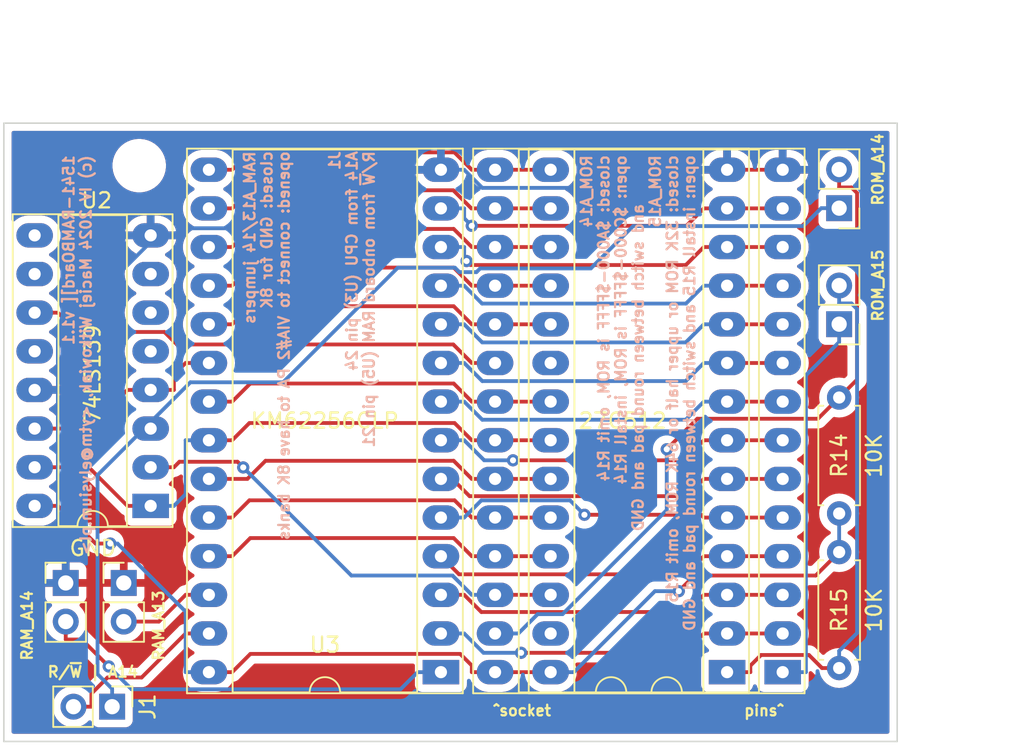
<source format=kicad_pcb>
(kicad_pcb (version 20211014) (generator pcbnew)
  (title_block (title "1541-RAMBOard][") (date "2024-04-20") (company "YTM Enterprises") (comment 1 "Maciej Witkowiak <ytm@elysium.pl>"))
  (layers (0 "F.Cu" signal) (31 "B.Cu" signal) (34 "B.Paste" user) (35 "F.Paste" user) (36 "B.SilkS" user "B.Silkscreen") (37 "F.SilkS" user "F.Silkscreen") (38 "B.Mask" user) (39 "F.Mask" user) (44 "Edge.Cuts" user))
  (net 0 "")
  (net 1 "/A14")
  (net 2 "/R{slash}~{W}")
  (net 3 "VCC")
  (net 4 "GND")
  (net 5 "/VPP")
  (net 6 "/A12")
  (net 7 "/A7")
  (net 8 "/A6")
  (net 9 "/A5")
  (net 10 "/A4")
  (net 11 "/A3")
  (net 12 "/A2")
  (net 13 "/A1")
  (net 14 "/A0")
  (net 15 "/D0")
  (net 16 "/D1")
  (net 17 "/D2")
  (net 18 "/D3")
  (net 19 "/D4")
  (net 20 "/D5")
  (net 21 "/D6")
  (net 22 "/D7")
  (net 23 "/~{ROMSEL}")
  (net 24 "/A10")
  (net 25 "/~{A15}")
  (net 26 "/A11")
  (net 27 "/A9")
  (net 28 "/A8")
  (net 29 "/A13")
  (net 30 "/~{RAMSEL}")
  (net 39 "Net-(RAM_A13-Pad2)")
  (net 40 "Net-(RAM_A14-Pad2)")
  (net 41 "Net-(R15-Pad2)")
  (net 42 "Net-(R14-Pad1)")
  (footprint "Connector_PinHeader_2.54mm:PinHeader_1x02_P2.54mm_Vertical" (layer "F.Cu") (at 113.03 115.819)
    (fp_text reference "RAM_A14" (at -2.54 2.799 90) (layer "F.SilkS") (effects (font (size 0.7 0.7))))
    (fp_text value "RAM_A14" hide)
    (fp_line (start -1.33 1.27) (end -1.33 3.87) (layer "F.SilkS") (width 0.12))
    (fp_line (start -1.33 3.87) (end 1.33 3.87) (layer "F.SilkS") (width 0.12))
    (fp_line (start -1.33 1.27) (end 1.33 1.27) (layer "F.SilkS") (width 0.12))
    (fp_line (start -1.33 -1.33) (end 0 -1.33) (layer "F.SilkS") (width 0.12))
    (fp_line (start 1.33 1.27) (end 1.33 3.87) (layer "F.SilkS") (width 0.12))
    (fp_line (start -1.33 0) (end -1.33 -1.33) (layer "F.SilkS") (width 0.12))
    (pad "1" thru_hole rect (at 0 0) (size 1.7 1.7) (drill 1) (layers *.Cu *.Mask) (net 4 "GND"))
    (pad "2" thru_hole oval (at 0 2.54) (size 1.7 1.7) (drill 1) (layers *.Cu *.Mask) (net 40 "Net-(RAM_A14-Pad2)"))
  )
  (footprint "MountingHole:MountingHole_2.5mm" (layer "F.Cu") (at 117.856 88.392)
    (fp_text reference "H1" hide)
    (fp_text value "MountingHole" hide)
    (pad "" np_thru_hole circle (at 0 0) (size 2.5 2.5) (drill 2.5) (layers *.Cu *.Mask))
  )
  (footprint "Connector_PinHeader_2.54mm:PinHeader_1x02_P2.54mm_Vertical" (layer "F.Cu") (at 116.84 115.819)
    (fp_text reference "RAM_A13" (at 2.286 2.799 90) (layer "F.SilkS") (effects (font (size 0.7 0.7))))
    (fp_text value "RAM_A13" hide)
    (fp_line (start 1.33 1.27) (end 1.33 3.87) (layer "F.SilkS") (width 0.12))
    (fp_line (start -1.33 1.27) (end -1.33 3.87) (layer "F.SilkS") (width 0.12))
    (fp_line (start -1.33 -1.33) (end 0 -1.33) (layer "F.SilkS") (width 0.12))
    (fp_line (start -1.33 0) (end -1.33 -1.33) (layer "F.SilkS") (width 0.12))
    (fp_line (start -1.33 3.87) (end 1.33 3.87) (layer "F.SilkS") (width 0.12))
    (fp_line (start -1.33 1.27) (end 1.33 1.27) (layer "F.SilkS") (width 0.12))
    (pad "1" thru_hole rect (at 0 0) (size 1.7 1.7) (drill 1) (layers *.Cu *.Mask) (net 4 "GND"))
    (pad "2" thru_hole oval (at 0 2.54) (size 1.7 1.7) (drill 1) (layers *.Cu *.Mask) (net 39 "Net-(RAM_A13-Pad2)"))
  )
  (footprint "Package_DIP:DIP-28_W15.24mm_Socket_LongPads" (layer "F.Cu") (at 156.469 121.681 180)
    (fp_text reference "U1" hide)
    (fp_text value "27C512" (at 6.863 16.525) (layer "F.SilkS"))
    (fp_line (start 16.68 34.41) (end 16.68 -1.39) (layer "F.SilkS") (width 0.12))
    (fp_line (start 1.56 34.35) (end 13.68 34.35) (layer "F.SilkS") (width 0.12))
    (fp_line (start 6.62 -1.33) (end 1.56 -1.33) (layer "F.SilkS") (width 0.12))
    (fp_line (start 13.68 34.35) (end 13.68 -1.33) (layer "F.SilkS") (width 0.12))
    (fp_line (start -1.44 -1.39) (end -1.44 34.41) (layer "F.SilkS") (width 0.12))
    (fp_line (start 1.56 -1.33) (end 1.56 34.35) (layer "F.SilkS") (width 0.12))
    (fp_line (start 16.68 -1.39) (end -1.44 -1.39) (layer "F.SilkS") (width 0.12))
    (fp_line (start -1.44 34.41) (end 16.68 34.41) (layer "F.SilkS") (width 0.12))
    (fp_line (start 13.68 -1.33) (end 8.62 -1.33) (layer "F.SilkS") (width 0.12))
    (fp_arc (start 8.62 -1.33) (mid 7.62 -0.33) (end 6.62 -1.33) (layer "F.SilkS") (width 0.12))
    (pad "1" thru_hole rect (at 0 0 180) (size 2.4 1.6) (drill 0.8) (layers *.Cu *.Mask) (net 41 "Net-(R15-Pad2)"))
    (pad "2" thru_hole oval (at 0 2.54 180) (size 2.4 1.6) (drill 0.8) (layers *.Cu *.Mask) (net 6 "/A12"))
    (pad "3" thru_hole oval (at 0 5.08 180) (size 2.4 1.6) (drill 0.8) (layers *.Cu *.Mask) (net 7 "/A7"))
    (pad "4" thru_hole oval (at 0 7.62 180) (size 2.4 1.6) (drill 0.8) (layers *.Cu *.Mask) (net 8 "/A6"))
    (pad "5" thru_hole oval (at 0 10.16 180) (size 2.4 1.6) (drill 0.8) (layers *.Cu *.Mask) (net 9 "/A5"))
    (pad "6" thru_hole oval (at 0 12.7 180) (size 2.4 1.6) (drill 0.8) (layers *.Cu *.Mask) (net 10 "/A4"))
    (pad "7" thru_hole oval (at 0 15.24 180) (size 2.4 1.6) (drill 0.8) (layers *.Cu *.Mask) (net 11 "/A3"))
    (pad "8" thru_hole oval (at 0 17.78 180) (size 2.4 1.6) (drill 0.8) (layers *.Cu *.Mask) (net 12 "/A2"))
    (pad "9" thru_hole oval (at 0 20.32 180) (size 2.4 1.6) (drill 0.8) (layers *.Cu *.Mask) (net 13 "/A1"))
    (pad "10" thru_hole oval (at 0 22.86 180) (size 2.4 1.6) (drill 0.8) (layers *.Cu *.Mask) (net 14 "/A0"))
    (pad "11" thru_hole oval (at 0 25.4 180) (size 2.4 1.6) (drill 0.8) (layers *.Cu *.Mask) (net 15 "/D0"))
    (pad "12" thru_hole oval (at 0 27.94 180) (size 2.4 1.6) (drill 0.8) (layers *.Cu *.Mask) (net 16 "/D1"))
    (pad "13" thru_hole oval (at 0 30.48 180) (size 2.4 1.6) (drill 0.8) (layers *.Cu *.Mask) (net 17 "/D2"))
    (pad "14" thru_hole oval (at 0 33.02 180) (size 2.4 1.6) (drill 0.8) (layers *.Cu *.Mask) (net 4 "GND"))
    (pad "15" thru_hole oval (at 15.24 33.02 180) (size 2.4 1.6) (drill 0.8) (layers *.Cu *.Mask) (net 18 "/D3"))
    (pad "16" thru_hole oval (at 15.24 30.48 180) (size 2.4 1.6) (drill 0.8) (layers *.Cu *.Mask) (net 19 "/D4"))
    (pad "17" thru_hole oval (at 15.24 27.94 180) (size 2.4 1.6) (drill 0.8) (layers *.Cu *.Mask) (net 20 "/D5"))
    (pad "18" thru_hole oval (at 15.24 25.4 180) (size 2.4 1.6) (drill 0.8) (layers *.Cu *.Mask) (net 21 "/D6"))
    (pad "19" thru_hole oval (at 15.24 22.86 180) (size 2.4 1.6) (drill 0.8) (layers *.Cu *.Mask) (net 22 "/D7"))
    (pad "20" thru_hole oval (at 15.24 20.32 180) (size 2.4 1.6) (drill 0.8) (layers *.Cu *.Mask) (net 23 "/~{ROMSEL}"))
    (pad "21" thru_hole oval (at 15.24 17.78 180) (size 2.4 1.6) (drill 0.8) (layers *.Cu *.Mask) (net 24 "/A10"))
    (pad "22" thru_hole oval (at 15.24 15.24 180) (size 2.4 1.6) (drill 0.8) (layers *.Cu *.Mask) (net 25 "/~{A15}"))
    (pad "23" thru_hole oval (at 15.24 12.7 180) (size 2.4 1.6) (drill 0.8) (layers *.Cu *.Mask) (net 26 "/A11"))
    (pad "24" thru_hole oval (at 15.24 10.16 180) (size 2.4 1.6) (drill 0.8) (layers *.Cu *.Mask) (net 27 "/A9"))
    (pad "25" thru_hole oval (at 15.24 7.62 180) (size 2.4 1.6) (drill 0.8) (layers *.Cu *.Mask) (net 28 "/A8"))
    (pad "26" thru_hole oval (at 15.24 5.08 180) (size 2.4 1.6) (drill 0.8) (layers *.Cu *.Mask) (net 29 "/A13"))
    (pad "27" thru_hole oval (at 15.24 2.54 180) (size 2.4 1.6) (drill 0.8) (layers *.Cu *.Mask) (net 42 "Net-(R14-Pad1)"))
    (pad "28" thru_hole oval (at 15.24 0 180) (size 2.4 1.6) (drill 0.8) (layers *.Cu *.Mask) (net 3 "VCC"))
  )
  (footprint "Package_DIP:DIP-28_W15.24mm_Socket_LongPads" (layer "F.Cu") (at 160.121 121.681 180)
    (fp_text reference "U4_SOCKET1" hide)
    (fp_text value "27128" hide)
    (fp_line (start 13.68 -1.33) (end 8.62 -1.33) (layer "F.SilkS") (width 0.12))
    (fp_line (start -1.44 -1.39) (end -1.44 34.41) (layer "F.SilkS") (width 0.12))
    (fp_line (start -1.44 34.41) (end 16.68 34.41) (layer "F.SilkS") (width 0.12))
    (fp_line (start 1.56 34.35) (end 13.68 34.35) (layer "F.SilkS") (width 0.12))
    (fp_line (start 16.68 34.41) (end 16.68 -1.39) (layer "F.SilkS") (width 0.12))
    (fp_line (start 13.68 34.35) (end 13.68 -1.33) (layer "F.SilkS") (width 0.12))
    (fp_line (start 6.62 -1.33) (end 1.56 -1.33) (layer "F.SilkS") (width 0.12))
    (fp_line (start 16.68 -1.39) (end -1.44 -1.39) (layer "F.SilkS") (width 0.12))
    (fp_line (start 1.56 -1.33) (end 1.56 34.35) (layer "F.SilkS") (width 0.12))
    (fp_arc (start 8.62 -1.33) (mid 7.62 -0.33) (end 6.62 -1.33) (layer "F.SilkS") (width 0.12))
    (pad "1" thru_hole rect (at 0 0 180) (size 2.4 1.6) (drill 0.8) (layers *.Cu *.Mask) (net 5 "/VPP"))
    (pad "2" thru_hole oval (at 0 2.54 180) (size 2.4 1.6) (drill 0.8) (layers *.Cu *.Mask) (net 6 "/A12"))
    (pad "3" thru_hole oval (at 0 5.08 180) (size 2.4 1.6) (drill 0.8) (layers *.Cu *.Mask) (net 7 "/A7"))
    (pad "4" thru_hole oval (at 0 7.62 180) (size 2.4 1.6) (drill 0.8) (layers *.Cu *.Mask) (net 8 "/A6"))
    (pad "5" thru_hole oval (at 0 10.16 180) (size 2.4 1.6) (drill 0.8) (layers *.Cu *.Mask) (net 9 "/A5"))
    (pad "6" thru_hole oval (at 0 12.7 180) (size 2.4 1.6) (drill 0.8) (layers *.Cu *.Mask) (net 10 "/A4"))
    (pad "7" thru_hole oval (at 0 15.24 180) (size 2.4 1.6) (drill 0.8) (layers *.Cu *.Mask) (net 11 "/A3"))
    (pad "8" thru_hole oval (at 0 17.78 180) (size 2.4 1.6) (drill 0.8) (layers *.Cu *.Mask) (net 12 "/A2"))
    (pad "9" thru_hole oval (at 0 20.32 180) (size 2.4 1.6) (drill 0.8) (layers *.Cu *.Mask) (net 13 "/A1"))
    (pad "10" thru_hole oval (at 0 22.86 180) (size 2.4 1.6) (drill 0.8) (layers *.Cu *.Mask) (net 14 "/A0"))
    (pad "11" thru_hole oval (at 0 25.4 180) (size 2.4 1.6) (drill 0.8) (layers *.Cu *.Mask) (net 15 "/D0"))
    (pad "12" thru_hole oval (at 0 27.94 180) (size 2.4 1.6) (drill 0.8) (layers *.Cu *.Mask) (net 16 "/D1"))
    (pad "13" thru_hole oval (at 0 30.48 180) (size 2.4 1.6) (drill 0.8) (layers *.Cu *.Mask) (net 17 "/D2"))
    (pad "14" thru_hole oval (at 0 33.02 180) (size 2.4 1.6) (drill 0.8) (layers *.Cu *.Mask) (net 4 "GND"))
    (pad "15" thru_hole oval (at 15.24 33.02 180) (size 2.4 1.6) (drill 0.8) (layers *.Cu *.Mask) (net 18 "/D3"))
    (pad "16" thru_hole oval (at 15.24 30.48 180) (size 2.4 1.6) (drill 0.8) (layers *.Cu *.Mask) (net 19 "/D4"))
    (pad "17" thru_hole oval (at 15.24 27.94 180) (size 2.4 1.6) (drill 0.8) (layers *.Cu *.Mask) (net 20 "/D5"))
    (pad "18" thru_hole oval (at 15.24 25.4 180) (size 2.4 1.6) (drill 0.8) (layers *.Cu *.Mask) (net 21 "/D6"))
    (pad "19" thru_hole oval (at 15.24 22.86 180) (size 2.4 1.6) (drill 0.8) (layers *.Cu *.Mask) (net 22 "/D7"))
    (pad "20" thru_hole oval (at 15.24 20.32 180) (size 2.4 1.6) (drill 0.8) (layers *.Cu *.Mask))
    (pad "21" thru_hole oval (at 15.24 17.78 180) (size 2.4 1.6) (drill 0.8) (layers *.Cu *.Mask) (net 24 "/A10"))
    (pad "22" thru_hole oval (at 15.24 15.24 180) (size 2.4 1.6) (drill 0.8) (layers *.Cu *.Mask) (net 25 "/~{A15}"))
    (pad "23" thru_hole oval (at 15.24 12.7 180) (size 2.4 1.6) (drill 0.8) (layers *.Cu *.Mask) (net 26 "/A11"))
    (pad "24" thru_hole oval (at 15.24 10.16 180) (size 2.4 1.6) (drill 0.8) (layers *.Cu *.Mask) (net 27 "/A9"))
    (pad "25" thru_hole oval (at 15.24 7.62 180) (size 2.4 1.6) (drill 0.8) (layers *.Cu *.Mask) (net 28 "/A8"))
    (pad "26" thru_hole oval (at 15.24 5.08 180) (size 2.4 1.6) (drill 0.8) (layers *.Cu *.Mask) (net 29 "/A13"))
    (pad "27" thru_hole oval (at 15.24 2.54 180) (size 2.4 1.6) (drill 0.8) (layers *.Cu *.Mask))
    (pad "28" thru_hole oval (at 15.24 0 180) (size 2.4 1.6) (drill 0.8) (layers *.Cu *.Mask) (net 3 "VCC"))
  )
  (footprint "Connector_PinHeader_2.54mm:PinHeader_1x02_P2.54mm_Vertical" (layer "F.Cu") (at 163.83 91.186 180)
    (fp_text reference "ROM_A14" (at -2.54 2.54 90) (layer "F.SilkS") (effects (font (size 0.7 0.7))))
    (fp_text value "ROM_A14" hide)
    (fp_line (start -1.33 -1.33) (end 0 -1.33) (layer "F.SilkS") (width 0.12))
    (fp_line (start -1.33 1.27) (end -1.33 3.87) (layer "F.SilkS") (width 0.12))
    (fp_line (start -1.33 0) (end -1.33 -1.33) (layer "F.SilkS") (width 0.12))
    (fp_line (start -1.33 3.87) (end 1.33 3.87) (layer "F.SilkS") (width 0.12))
    (fp_line (start 1.33 1.27) (end 1.33 3.87) (layer "F.SilkS") (width 0.12))
    (fp_line (start -1.33 1.27) (end 1.33 1.27) (layer "F.SilkS") (width 0.12))
    (pad "1" thru_hole rect (at 0 0 180) (size 1.7 1.7) (drill 1) (layers *.Cu *.Mask) (net 1 "/A14"))
    (pad "2" thru_hole oval (at 0 2.54 180) (size 1.7 1.7) (drill 1) (layers *.Cu *.Mask) (net 42 "Net-(R14-Pad1)"))
  )
  (footprint "Package_DIP:DIP-16_W7.62mm_Socket_LongPads" (layer "F.Cu") (at 118.608 110.754 180)
    (fp_text reference "U2" (at 3.546 20.076) (layer "F.SilkS"))
    (fp_text value "74LS139" (at 3.81 8.646 90) (layer "F.SilkS"))
    (fp_line (start 9.06 -1.39) (end -1.44 -1.39) (layer "F.SilkS") (width 0.12))
    (fp_line (start 1.56 -1.33) (end 1.56 19.11) (layer "F.SilkS") (width 0.12))
    (fp_line (start -1.44 19.17) (end 9.06 19.17) (layer "F.SilkS") (width 0.12))
    (fp_line (start 9.06 19.17) (end 9.06 -1.39) (layer "F.SilkS") (width 0.12))
    (fp_line (start 6.06 -1.33) (end 4.81 -1.33) (layer "F.SilkS") (width 0.12))
    (fp_line (start 6.06 19.11) (end 6.06 -1.33) (layer "F.SilkS") (width 0.12))
    (fp_line (start 2.81 -1.33) (end 1.56 -1.33) (layer "F.SilkS") (width 0.12))
    (fp_line (start 1.56 19.11) (end 6.06 19.11) (layer "F.SilkS") (width 0.12))
    (fp_line (start -1.44 -1.39) (end -1.44 19.17) (layer "F.SilkS") (width 0.12))
    (fp_arc (start 4.81 -1.33) (mid 3.81 -0.33) (end 2.81 -1.33) (layer "F.SilkS") (width 0.12))
    (pad "1" thru_hole rect (at 0 0 180) (size 2.4 1.6) (drill 0.8) (layers *.Cu *.Mask) (net 25 "/~{A15}"))
    (pad "2" thru_hole oval (at 0 2.54 180) (size 2.4 1.6) (drill 0.8) (layers *.Cu *.Mask) (net 29 "/A13"))
    (pad "3" thru_hole oval (at 0 5.08 180) (size 2.4 1.6) (drill 0.8) (layers *.Cu *.Mask) (net 1 "/A14"))
    (pad "4" thru_hole oval (at 0 7.62 180) (size 2.4 1.6) (drill 0.8) (layers *.Cu *.Mask) (net 30 "/~{RAMSEL}"))
    (pad "5" thru_hole oval (at 0 10.16 180) (size 2.4 1.6) (drill 0.8) (layers *.Cu *.Mask))
    (pad "6" thru_hole oval (at 0 12.7 180) (size 2.4 1.6) (drill 0.8) (layers *.Cu *.Mask))
    (pad "7" thru_hole oval (at 0 15.24 180) (size 2.4 1.6) (drill 0.8) (layers *.Cu *.Mask))
    (pad "8" thru_hole oval (at 0 17.78 180) (size 2.4 1.6) (drill 0.8) (layers *.Cu *.Mask) (net 4 "GND"))
    (pad "9" thru_hole oval (at 7.62 17.78 180) (size 2.4 1.6) (drill 0.8) (layers *.Cu *.Mask))
    (pad "10" thru_hole oval (at 7.62 15.24 180) (size 2.4 1.6) (drill 0.8) (layers *.Cu *.Mask))
    (pad "11" thru_hole oval (at 7.62 12.7 180) (size 2.4 1.6) (drill 0.8) (layers *.Cu *.Mask) (net 23 "/~{ROMSEL}"))
    (pad "12" thru_hole oval (at 7.62 10.16 180) (size 2.4 1.6) (drill 0.8) (layers *.Cu *.Mask))
    (pad "13" thru_hole oval (at 7.62 7.62 180) (size 2.4 1.6) (drill 0.8) (layers *.Cu *.Mask) (net 4 "GND"))
    (pad "14" thru_hole oval (at 7.62 5.08 180) (size 2.4 1.6) (drill 0.8) (layers *.Cu *.Mask) (net 30 "/~{RAMSEL}"))
    (pad "15" thru_hole oval (at 7.62 2.54 180) (size 2.4 1.6) (drill 0.8) (layers *.Cu *.Mask) (net 25 "/~{A15}"))
    (pad "16" thru_hole oval (at 7.62 0 180) (size 2.4 1.6) (drill 0.8) (layers *.Cu *.Mask) (net 3 "VCC"))
  )
  (footprint "Connector_PinHeader_2.54mm:PinHeader_1x02_P2.54mm_Vertical" (layer "F.Cu") (at 163.83 98.811 180)
    (fp_text reference "ROM_A15" (at -2.54 2.54 90) (layer "F.SilkS") (effects (font (size 0.7 0.7))))
    (fp_text value "ROM_A15" hide)
    (fp_line (start -1.33 0) (end -1.33 -1.33) (layer "F.SilkS") (width 0.12))
    (fp_line (start 1.33 1.27) (end 1.33 3.87) (layer "F.SilkS") (width 0.12))
    (fp_line (start -1.33 -1.33) (end 0 -1.33) (layer "F.SilkS") (width 0.12))
    (fp_line (start -1.33 3.87) (end 1.33 3.87) (layer "F.SilkS") (width 0.12))
    (fp_line (start -1.33 1.27) (end -1.33 3.87) (layer "F.SilkS") (width 0.12))
    (fp_line (start -1.33 1.27) (end 1.33 1.27) (layer "F.SilkS") (width 0.12))
    (pad "1" thru_hole rect (at 0 0 180) (size 1.7 1.7) (drill 1) (layers *.Cu *.Mask) (net 5 "/VPP"))
    (pad "2" thru_hole oval (at 0 2.54 180) (size 1.7 1.7) (drill 1) (layers *.Cu *.Mask) (net 41 "Net-(R15-Pad2)"))
  )
  (footprint "Resistor_THT:R_Axial_DIN0207_L6.3mm_D2.5mm_P7.62mm_Horizontal" (layer "F.Cu") (at 163.83 103.632 -90)
    (fp_text reference "R14" (at 3.81 0 90) (layer "F.SilkS"))
    (fp_text value "10K" (at 3.81 -2.286 90) (layer "F.SilkS"))
    (fp_line (start 0.54 1.37) (end 7.08 1.37) (layer "F.SilkS") (width 0.12))
    (fp_line (start 7.08 1.37) (end 7.08 1.04) (layer "F.SilkS") (width 0.12))
    (fp_line (start 0.54 -1.04) (end 0.54 -1.37) (layer "F.SilkS") (width 0.12))
    (fp_line (start 0.54 1.04) (end 0.54 1.37) (layer "F.SilkS") (width 0.12))
    (fp_line (start 7.08 -1.37) (end 7.08 -1.04) (layer "F.SilkS") (width 0.12))
    (fp_line (start 0.54 -1.37) (end 7.08 -1.37) (layer "F.SilkS") (width 0.12))
    (pad "1" thru_hole circle (at 0 0 270) (size 1.6 1.6) (drill 0.8) (layers *.Cu *.Mask) (net 42 "Net-(R14-Pad1)"))
    (pad "2" thru_hole oval (at 7.62 0 270) (size 1.6 1.6) (drill 0.8) (layers *.Cu *.Mask) (net 3 "VCC"))
  )
  (footprint "Resistor_THT:R_Axial_DIN0207_L6.3mm_D2.5mm_P7.62mm_Horizontal" (layer "F.Cu") (at 163.83 113.792 -90)
    (fp_text reference "R15" (at 3.81 0 90) (layer "F.SilkS"))
    (fp_text value "10K" (at 3.81 -2.286 90) (layer "F.SilkS"))
    (fp_line (start 0.54 1.37) (end 7.08 1.37) (layer "F.SilkS") (width 0.12))
    (fp_line (start 0.54 1.04) (end 0.54 1.37) (layer "F.SilkS") (width 0.12))
    (fp_line (start 7.08 1.37) (end 7.08 1.04) (layer "F.SilkS") (width 0.12))
    (fp_line (start 0.54 -1.37) (end 7.08 -1.37) (layer "F.SilkS") (width 0.12))
    (fp_line (start 0.54 -1.04) (end 0.54 -1.37) (layer "F.SilkS") (width 0.12))
    (fp_line (start 7.08 -1.37) (end 7.08 -1.04) (layer "F.SilkS") (width 0.12))
    (pad "1" thru_hole circle (at 0 0 270) (size 1.6 1.6) (drill 0.8) (layers *.Cu *.Mask) (net 3 "VCC"))
    (pad "2" thru_hole oval (at 7.62 0 270) (size 1.6 1.6) (drill 0.8) (layers *.Cu *.Mask) (net 41 "Net-(R15-Pad2)"))
  )
  (footprint "Package_DIP:DIP-28_W15.24mm_Socket_LongPads" (layer "F.Cu") (at 137.673 121.681 180)
    (fp_text reference "U3" (at 7.62 1.793) (layer "F.SilkS"))
    (fp_text value "KM62256CLP" (at 7.625 16.525) (layer "F.SilkS"))
    (fp_line (start 1.56 34.35) (end 13.68 34.35) (layer "F.SilkS") (width 0.12))
    (fp_line (start -1.44 -1.39) (end -1.44 34.41) (layer "F.SilkS") (width 0.12))
    (fp_line (start 16.68 34.41) (end 16.68 -1.39) (layer "F.SilkS") (width 0.12))
    (fp_line (start 13.68 -1.33) (end 8.62 -1.33) (layer "F.SilkS") (width 0.12))
    (fp_line (start -1.44 34.41) (end 16.68 34.41) (layer "F.SilkS") (width 0.12))
    (fp_line (start 1.56 -1.33) (end 1.56 34.35) (layer "F.SilkS") (width 0.12))
    (fp_line (start 13.68 34.35) (end 13.68 -1.33) (layer "F.SilkS") (width 0.12))
    (fp_line (start 16.68 -1.39) (end -1.44 -1.39) (layer "F.SilkS") (width 0.12))
    (fp_line (start 6.62 -1.33) (end 1.56 -1.33) (layer "F.SilkS") (width 0.12))
    (fp_arc (start 8.62 -1.33) (mid 7.62 -0.33) (end 6.62 -1.33) (layer "F.SilkS") (width 0.12))
    (pad "1" thru_hole rect (at 0 0 180) (size 2.4 1.6) (drill 0.8) (layers *.Cu *.Mask) (net 40 "Net-(RAM_A14-Pad2)"))
    (pad "2" thru_hole oval (at 0 2.54 180) (size 2.4 1.6) (drill 0.8) (layers *.Cu *.Mask) (net 6 "/A12"))
    (pad "3" thru_hole oval (at 0 5.08 180) (size 2.4 1.6) (drill 0.8) (layers *.Cu *.Mask) (net 7 "/A7"))
    (pad "4" thru_hole oval (at 0 7.62 180) (size 2.4 1.6) (drill 0.8) (layers *.Cu *.Mask) (net 8 "/A6"))
    (pad "5" thru_hole oval (at 0 10.16 180) (size 2.4 1.6) (drill 0.8) (layers *.Cu *.Mask) (net 9 "/A5"))
    (pad "6" thru_hole oval (at 0 12.7 180) (size 2.4 1.6) (drill 0.8) (layers *.Cu *.Mask) (net 10 "/A4"))
    (pad "7" thru_hole oval (at 0 15.24 180) (size 2.4 1.6) (drill 0.8) (layers *.Cu *.Mask) (net 11 "/A3"))
    (pad "8" thru_hole oval (at 0 17.78 180) (size 2.4 1.6) (drill 0.8) (layers *.Cu *.Mask) (net 12 "/A2"))
    (pad "9" thru_hole oval (at 0 20.32 180) (size 2.4 1.6) (drill 0.8) (layers *.Cu *.Mask) (net 13 "/A1"))
    (pad "10" thru_hole oval (at 0 22.86 180) (size 2.4 1.6) (drill 0.8) (layers *.Cu *.Mask) (net 14 "/A0"))
    (pad "11" thru_hole oval (at 0 25.4 180) (size 2.4 1.6) (drill 0.8) (layers *.Cu *.Mask) (net 15 "/D0"))
    (pad "12" thru_hole oval (at 0 27.94 180) (size 2.4 1.6) (drill 0.8) (layers *.Cu *.Mask) (net 16 "/D1"))
    (pad "13" thru_hole oval (at 0 30.48 180) (size 2.4 1.6) (drill 0.8) (layers *.Cu *.Mask) (net 17 "/D2"))
    (pad "14" thru_hole oval (at 0 33.02 180) (size 2.4 1.6) (drill 0.8) (layers *.Cu *.Mask) (net 4 "GND"))
    (pad "15" thru_hole oval (at 15.24 33.02 180) (size 2.4 1.6) (drill 0.8) (layers *.Cu *.Mask) (net 18 "/D3"))
    (pad "16" thru_hole oval (at 15.24 30.48 180) (size 2.4 1.6) (drill 0.8) (layers *.Cu *.Mask) (net 19 "/D4"))
    (pad "17" thru_hole oval (at 15.24 27.94 180) (size 2.4 1.6) (drill 0.8) (layers *.Cu *.Mask) (net 20 "/D5"))
    (pad "18" thru_hole oval (at 15.24 25.4 180) (size 2.4 1.6) (drill 0.8) (layers *.Cu *.Mask) (net 21 "/D6"))
    (pad "19" thru_hole oval (at 15.24 22.86 180) (size 2.4 1.6) (drill 0.8) (layers *.Cu *.Mask) (net 22 "/D7"))
    (pad "20" thru_hole oval (at 15.24 20.32 180) (size 2.4 1.6) (drill 0.8) (layers *.Cu *.Mask) (net 30 "/~{RAMSEL}"))
    (pad "21" thru_hole oval (at 15.24 17.78 180) (size 2.4 1.6) (drill 0.8) (layers *.Cu *.Mask) (net 24 "/A10"))
    (pad "22" thru_hole oval (at 15.24 15.24 180) (size 2.4 1.6) (drill 0.8) (layers *.Cu *.Mask) (net 25 "/~{A15}"))
    (pad "23" thru_hole oval (at 15.24 12.7 180) (size 2.4 1.6) (drill 0.8) (layers *.Cu *.Mask) (net 26 "/A11"))
    (pad "24" thru_hole oval (at 15.24 10.16 180) (size 2.4 1.6) (drill 0.8) (layers *.Cu *.Mask) (net 27 "/A9"))
    (pad "25" thru_hole oval (at 15.24 7.62 180) (size 2.4 1.6) (drill 0.8) (layers *.Cu *.Mask) (net 28 "/A8"))
    (pad "26" thru_hole oval (at 15.24 5.08 180) (size 2.4 1.6) (drill 0.8) (layers *.Cu *.Mask) (net 39 "Net-(RAM_A13-Pad2)"))
    (pad "27" thru_hole oval (at 15.24 2.54 180) (size 2.4 1.6) (drill 0.8) (layers *.Cu *.Mask) (net 2 "/R{slash}~{W}"))
    (pad "28" thru_hole oval (at 15.24 0 180) (size 2.4 1.6) (drill 0.8) (layers *.Cu *.Mask) (net 3 "VCC"))
  )
  (footprint "Connector_PinHeader_2.54mm:PinHeader_1x02_P2.54mm_Vertical" (layer "F.Cu") (at 116.078 123.952 -90)
    (fp_text reference "J1" (at 0 -2.33 90) (layer "F.SilkS"))
    (fp_text value "Conn_01x02_Male" hide)
    (fp_line (start -1.33 3.87) (end 1.33 3.87) (layer "F.SilkS") (width 0.12))
    (fp_line (start -1.33 0) (end -1.33 -1.33) (layer "F.SilkS") (width 0.12))
    (fp_line (start -1.33 1.27) (end 1.33 1.27) (layer "F.SilkS") (width 0.12))
    (fp_line (start -1.33 1.27) (end -1.33 3.87) (layer "F.SilkS") (width 0.12))
    (fp_line (start -1.33 -1.33) (end 0 -1.33) (layer "F.SilkS") (width 0.12))
    (fp_line (start 1.33 1.27) (end 1.33 3.87) (layer "F.SilkS") (width 0.12))
    (pad "1" thru_hole rect (at 0 0 270) (size 1.7 1.7) (drill 1) (layers *.Cu *.Mask) (net 1 "/A14"))
    (pad "2" thru_hole oval (at 0 2.54 270) (size 1.7 1.7) (drill 1) (layers *.Cu *.Mask) (net 2 "/R{slash}~{W}"))
  )
  (gr_line (start 167.64 85.598) (end 167.64 126.238) (layer "Edge.Cuts") (width 0.1))
  (gr_line (start 167.64 126.238) (end 108.966 126.238) (layer "Edge.Cuts") (width 0.1))
  (gr_line (start 108.966 85.598) (end 167.64 85.598) (layer "Edge.Cuts") (width 0.1))
  (gr_line (start 108.966 126.238) (end 108.966 85.598) (layer "Edge.Cuts") (width 0.1))
  (gr_text "RAM_A13/14 jumpers\nclosed: GND for 8K\nopened: connect to VIA#2 PA to have 8K banks " (at 126.238 87.376 90) (layer "B.SilkS") (effects (font (size 0.7 0.7)) (justify left mirror)))
  (gr_text "ROM_A14\nclosed: $A000-$FFFF is ROM, omit R14\nopen: $C000-$FFFF is ROM, install R14\n      and switch between round pad and GND\nROM_A15\nclosed: 32K ROM or upper half or 64K ROM, omit R15\nopen: install R15 and switch between round pad and GND" (at 150.622 87.63 90) (layer "B.SilkS") (effects (font (size 0.7 0.7)) (justify left mirror)))
  (gr_text "1541-RAMBOard][ v1.1\n(c) IV 2024 Maciej Witkowiak, <ytm@elysium.pl>" (at 113.792 87.63 90) (layer "B.SilkS") (effects (font (size 0.7 0.7)) (justify left mirror)))
  (gr_text "J1\nA14 from CPU (U3) pin 24\nR/~{W} from onboard RAM (U5) pin 21" (at 131.826 87.360143 90) (layer "B.SilkS") (effects (font (size 0.7 0.7)) (justify left mirror)))
  (gr_text "^socket" (at 143.002 124.206) (layer "F.SilkS") (effects (font (size 0.7 0.7))))
  (gr_text "R/~{W} | A14" (at 114.808 121.666) (layer "F.SilkS") (effects (font (size 0.7 0.7))))
  (gr_text "pins^" (at 160.274 124.206) (layer "F.SilkS") (effects (font (size 0.7 0.7)) (justify right)))
  (gr_text "GND" (at 114.808 113.538) (layer "F.SilkS") (effects (font (size 1 1))))
  (segment (start 116.078 123.952) (end 116.078 122.7751) (width 0.25) (layer "B.Cu") (net 1))
  (segment (start 115.1186 108.7299) (end 118.1745 105.674) (width 0.25) (layer "B.Cu") (net 1))
  (segment (start 138.8835 95.3888) (end 138.5915 95.0968) (width 0.25) (layer "B.Cu") (net 1))
  (segment (start 138.5915 95.0968) (end 134.8417 95.0968) (width 0.25) (layer "B.Cu") (net 1))
  (segment (start 140.0083 95.3888) (end 138.8835 95.3888) (width 0.25) (layer "B.Cu") (net 1))
  (segment (start 147.5152 95.1487) (end 140.2484 95.1487) (width 0.25) (layer "B.Cu") (net 1))
  (segment (start 116.078 122.7751) (end 115.1186 121.8157) (width 0.25) (layer "B.Cu") (net 1))
  (segment (start 118.608 105.674) (end 118.1745 105.674) (width 0.25) (layer "B.Cu") (net 1))
  (segment (start 150.301 92.3629) (end 147.5152 95.1487) (width 0.25) (layer "B.Cu") (net 1))
  (segment (start 161.4762 92.3629) (end 150.301 92.3629) (width 0.25) (layer "B.Cu") (net 1))
  (segment (start 127.3075 102.631) (end 121.2175 102.631) (width 0.25) (layer "B.Cu") (net 1))
  (segment (start 163.83 91.186) (end 162.6531 91.186) (width 0.25) (layer "B.Cu") (net 1))
  (segment (start 140.2484 95.1487) (end 140.0083 95.3888) (width 0.25) (layer "B.Cu") (net 1))
  (segment (start 121.2175 102.631) (end 118.1745 105.674) (width 0.25) (layer "B.Cu") (net 1))
  (segment (start 134.8417 95.0968) (end 127.3075 102.631) (width 0.25) (layer "B.Cu") (net 1))
  (segment (start 115.1186 121.8157) (end 115.1186 108.7299) (width 0.25) (layer "B.Cu") (net 1))
  (segment (start 162.6531 91.186) (end 161.4762 92.3629) (width 0.25) (layer "B.Cu") (net 1))
  (segment (start 113.538 123.952) (end 114.7149 123.952) (width 0.25) (layer "F.Cu") (net 2))
  (segment (start 118.0139 122.0332) (end 120.9061 119.141) (width 0.25) (layer "F.Cu") (net 2))
  (segment (start 115.7767 122.0332) (end 118.0139 122.0332) (width 0.25) (layer "F.Cu") (net 2))
  (segment (start 114.7149 123.095) (end 115.7767 122.0332) (width 0.25) (layer "F.Cu") (net 2))
  (segment (start 122.433 119.141) (end 120.9061 119.141) (width 0.25) (layer "F.Cu") (net 2))
  (segment (start 114.7149 123.952) (end 114.7149 123.095) (width 0.25) (layer "F.Cu") (net 2))
  (segment (start 122.433 121.681) (end 123.9599 121.681) (width 0.25) (layer "F.Cu") (net 3))
  (segment (start 162.291 115.331) (end 163.83 113.792) (width 0.25) (layer "F.Cu") (net 3))
  (segment (start 112.5149 110.754) (end 114.9888 113.2279) (width 0.25) (layer "F.Cu") (net 3))
  (segment (start 141.229 121.681) (end 139.7021 121.681) (width 0.25) (layer "F.Cu") (net 3))
  (segment (start 138.9387 120.4834) (end 139.7021 121.2468) (width 0.25) (layer "F.Cu") (net 3))
  (segment (start 125.1575 120.4834) (end 138.9387 120.4834) (width 0.25) (layer "F.Cu") (net 3))
  (segment (start 153.297 116.3591) (end 154.3251 115.331) (width 0.25) (layer "F.Cu") (net 3))
  (segment (start 110.988 110.754) (end 112.5149 110.754) (width 0.25) (layer "F.Cu") (net 3))
  (segment (start 154.3251 115.331) (end 162.291 115.331) (width 0.25) (layer "F.Cu") (net 3))
  (segment (start 114.9888 113.2279) (end 115.9536 113.2279) (width 0.25) (layer "F.Cu") (net 3))
  (segment (start 123.9599 121.681) (end 125.1575 120.4834) (width 0.25) (layer "F.Cu") (net 3))
  (segment (start 139.7021 121.2468) (end 139.7021 121.681) (width 0.25) (layer "F.Cu") (net 3))
  (segment (start 144.881 121.681) (end 141.229 121.681) (width 0.25) (layer "F.Cu") (net 3))
  (via (at 153.297 116.3591) (size 0.8) (drill 0.4) (layers "F.Cu" "B.Cu") (net 3))
  (via (at 115.9536 113.2279) (size 0.8) (drill 0.4) (layers "F.Cu" "B.Cu") (net 3))
  (segment (start 146.4079 121.681) (end 151.7298 116.3591) (width 0.25) (layer "B.Cu") (net 3))
  (segment (start 151.7298 116.3591) (end 153.297 116.3591) (width 0.25) (layer "B.Cu") (net 3))
  (segment (start 120.9061 117.7067) (end 116.4273 113.2279) (width 0.25) (layer "B.Cu") (net 3))
  (segment (start 120.9061 121.681) (end 120.9061 117.7067) (width 0.25) (layer "B.Cu") (net 3))
  (segment (start 163.83 113.792) (end 163.83 111.252) (width 0.25) (layer "B.Cu") (net 3))
  (segment (start 122.433 121.681) (end 120.9061 121.681) (width 0.25) (layer "B.Cu") (net 3))
  (segment (start 116.4273 113.2279) (end 115.9536 113.2279) (width 0.25) (layer "B.Cu") (net 3))
  (segment (start 144.881 121.681) (end 146.4079 121.681) (width 0.25) (layer "B.Cu") (net 3))
  (segment (start 116.84 115.819) (end 113.03 115.819) (width 0.25) (layer "F.Cu") (net 4))
  (segment (start 160.121 88.661) (end 156.469 88.661) (width 0.25) (layer "F.Cu") (net 4))
  (segment (start 120.602 92.5069) (end 132.3002 92.5069) (width 0.25) (layer "B.Cu") (net 4))
  (segment (start 120.1349 92.974) (end 120.602 92.5069) (width 0.25) (layer "B.Cu") (net 4))
  (segment (start 112.5149 103.134) (end 112.5149 114.127) (width 0.25) (layer "B.Cu") (net 4))
  (segment (start 137.673 88.661) (end 136.1461 88.661) (width 0.25) (layer "B.Cu") (net 4))
  (segment (start 156.469 88.661) (end 154.9421 88.661) (width 0.25) (layer "B.Cu") (net 4))
  (segment (start 140.3904 89.8515) (end 153.7516 89.8515) (width 0.25) (layer "B.Cu") (net 4))
  (segment (start 119.0415 92.974) (end 120.1349 92.974) (width 0.25) (layer "B.Cu") (net 4))
  (segment (start 113.03 115.819) (end 113.03 114.6421) (width 0.25) (layer "B.Cu") (net 4))
  (segment (start 153.7516 89.8515) (end 154.9421 88.661) (width 0.25) (layer "B.Cu") (net 4))
  (segment (start 110.988 103.134) (end 112.5149 103.134) (width 0.25) (layer "B.Cu") (net 4))
  (segment (start 118.608 92.974) (end 119.0415 92.974) (width 0.25) (layer "B.Cu") (net 4))
  (segment (start 119.0415 92.974) (end 112.5149 99.5006) (width 0.25) (layer "B.Cu") (net 4))
  (segment (start 112.5149 99.5006) (end 112.5149 103.134) (width 0.25) (layer "B.Cu") (net 4))
  (segment (start 139.1999 88.661) (end 140.3904 89.8515) (width 0.25) (layer "B.Cu") (net 4))
  (segment (start 112.5149 114.127) (end 113.03 114.6421) (width 0.25) (layer "B.Cu") (net 4))
  (segment (start 132.3002 92.5069) (end 136.1461 88.661) (width 0.25) (layer "B.Cu") (net 4))
  (segment (start 137.673 88.661) (end 139.1999 88.661) (width 0.25) (layer "B.Cu") (net 4))
  (segment (start 163.83 99.9879) (end 161.6479 102.17) (width 0.25) (layer "B.Cu") (net 5))
  (segment (start 161.6479 102.17) (end 161.6479 121.681) (width 0.25) (layer "B.Cu") (net 5))
  (segment (start 163.83 98.811) (end 163.83 99.9879) (width 0.25) (layer "B.Cu") (net 5))
  (segment (start 160.121 121.681) (end 161.6479 121.681) (width 0.25) (layer "B.Cu") (net 5))
  (segment (start 153.6721 120.411) (end 154.9421 119.141) (width 0.25) (layer "F.Cu") (net 6))
  (segment (start 156.469 119.141) (end 160.121 119.141) (width 0.25) (layer "F.Cu") (net 6))
  (segment (start 156.469 119.141) (end 154.9421 119.141) (width 0.25) (layer "F.Cu") (net 6))
  (segment (start 142.9379 120.411) (end 153.6721 120.411) (width 0.25) (layer "F.Cu") (net 6))
  (via (at 142.9379 120.411) (size 0.8) (drill 0.4) (layers "F.Cu" "B.Cu") (net 6))
  (segment (start 140.4699 120.411) (end 142.9379 120.411) (width 0.25) (layer "B.Cu") (net 6))
  (segment (start 139.1999 119.141) (end 140.4699 120.411) (width 0.25) (layer "B.Cu") (net 6))
  (segment (start 137.673 119.141) (end 139.1999 119.141) (width 0.25) (layer "B.Cu") (net 6))
  (segment (start 156.469 116.601) (end 154.9421 116.601) (width 0.25) (layer "F.Cu") (net 7))
  (segment (start 137.673 116.601) (end 139.1999 116.601) (width 0.25) (layer "F.Cu") (net 7))
  (segment (start 153.8128 117.7303) (end 154.9421 116.601) (width 0.25) (layer "F.Cu") (net 7))
  (segment (start 140.3292 117.7303) (end 153.8128 117.7303) (width 0.25) (layer "F.Cu") (net 7))
  (segment (start 160.121 116.601) (end 156.469 116.601) (width 0.25) (layer "F.Cu") (net 7))
  (segment (start 139.1999 116.601) (end 140.3292 117.7303) (width 0.25) (layer "F.Cu") (net 7))
  (segment (start 138.8635 115.2515) (end 153.7516 115.2515) (width 0.25) (layer "F.Cu") (net 8))
  (segment (start 156.469 114.061) (end 154.9421 114.061) (width 0.25) (layer "F.Cu") (net 8))
  (segment (start 160.121 114.061) (end 156.469 114.061) (width 0.25) (layer "F.Cu") (net 8))
  (segment (start 153.7516 115.2515) (end 154.9421 114.061) (width 0.25) (layer "F.Cu") (net 8))
  (segment (start 137.673 114.061) (end 138.8635 115.2515) (width 0.25) (layer "F.Cu") (net 8))
  (segment (start 154.7593 111.3382) (end 154.9421 111.521) (width 0.25) (layer "F.Cu") (net 9))
  (segment (start 160.121 111.521) (end 156.469 111.521) (width 0.25) (layer "F.Cu") (net 9))
  (segment (start 147.0985 111.3382) (end 154.7593 111.3382) (width 0.25) (layer "F.Cu") (net 9))
  (segment (start 156.469 111.521) (end 154.9421 111.521) (width 0.25) (layer "F.Cu") (net 9))
  (via (at 147.0985 111.3382) (size 0.8) (drill 0.4) (layers "F.Cu" "B.Cu") (net 9))
  (segment (start 140.3268 110.3941) (end 146.1544 110.3941) (width 0.25) (layer "B.Cu") (net 9))
  (segment (start 146.1544 110.3941) (end 147.0985 111.3382) (width 0.25) (layer "B.Cu") (net 9))
  (segment (start 137.673 111.521) (end 139.1999 111.521) (width 0.25) (layer "B.Cu") (net 9))
  (segment (start 139.1999 111.521) (end 140.3268 110.3941) (width 0.25) (layer "B.Cu") (net 9))
  (segment (start 139.5546 110.1155) (end 138.4201 108.981) (width 0.25) (layer "F.Cu") (net 10))
  (segment (start 154.9421 108.981) (end 153.8076 110.1155) (width 0.25) (layer "F.Cu") (net 10))
  (segment (start 160.121 108.981) (end 156.469 108.981) (width 0.25) (layer "F.Cu") (net 10))
  (segment (start 156.469 108.981) (end 154.9421 108.981) (width 0.25) (layer "F.Cu") (net 10))
  (segment (start 138.4201 108.981) (end 137.673 108.981) (width 0.25) (layer "F.Cu") (net 10))
  (segment (start 153.8076 110.1155) (end 139.5546 110.1155) (width 0.25) (layer "F.Cu") (net 10))
  (segment (start 156.469 106.441) (end 160.121 106.441) (width 0.25) (layer "F.Cu") (net 11))
  (segment (start 154.9421 106.441) (end 153.6238 107.7593) (width 0.25) (layer "F.Cu") (net 11))
  (segment (start 156.469 106.441) (end 154.9421 106.441) (width 0.25) (layer "F.Cu") (net 11))
  (segment (start 153.6238 107.7593) (end 142.4076 107.7593) (width 0.25) (layer "F.Cu") (net 11))
  (via (at 142.4076 107.7593) (size 0.8) (drill 0.4) (layers "F.Cu" "B.Cu") (net 11))
  (segment (start 139.1999 106.441) (end 140.5182 107.7593) (width 0.25) (layer "B.Cu") (net 11))
  (segment (start 137.673 106.441) (end 139.1999 106.441) (width 0.25) (layer "B.Cu") (net 11))
  (segment (start 140.5182 107.7593) (end 142.4076 107.7593) (width 0.25) (layer "B.Cu") (net 11))
  (segment (start 160.121 103.901) (end 156.469 103.901) (width 0.25) (layer "F.Cu") (net 12))
  (segment (start 153.7516 105.0915) (end 154.9421 103.901) (width 0.25) (layer "B.Cu") (net 12))
  (segment (start 139.1999 103.901) (end 140.3904 105.0915) (width 0.25) (layer "B.Cu") (net 12))
  (segment (start 140.3904 105.0915) (end 153.7516 105.0915) (width 0.25) (layer "B.Cu") (net 12))
  (segment (start 137.673 103.901) (end 139.1999 103.901) (width 0.25) (layer "B.Cu") (net 12))
  (segment (start 156.469 103.901) (end 154.9421 103.901) (width 0.25) (layer "B.Cu") (net 12))
  (segment (start 156.469 101.361) (end 160.121 101.361) (width 0.25) (layer "F.Cu") (net 13))
  (segment (start 140.3904 102.5515) (end 153.7516 102.5515) (width 0.25) (layer "B.Cu") (net 13))
  (segment (start 139.1999 101.361) (end 140.3904 102.5515) (width 0.25) (layer "B.Cu") (net 13))
  (segment (start 137.673 101.361) (end 139.1999 101.361) (width 0.25) (layer "B.Cu") (net 13))
  (segment (start 153.7516 102.5515) (end 154.9421 101.361) (width 0.25) (layer "B.Cu") (net 13))
  (segment (start 156.469 101.361) (end 154.9421 101.361) (width 0.25) (layer "B.Cu") (net 13))
  (segment (start 160.121 98.821) (end 156.469 98.821) (width 0.25) (layer "F.Cu") (net 14))
  (segment (start 139.1999 98.821) (end 140.3904 100.0115) (width 0.25) (layer "B.Cu") (net 14))
  (segment (start 140.3904 100.0115) (end 153.7516 100.0115) (width 0.25) (layer "B.Cu") (net 14))
  (segment (start 137.673 98.821) (end 139.1999 98.821) (width 0.25) (layer "B.Cu") (net 14))
  (segment (start 153.7516 100.0115) (end 154.9421 98.821) (width 0.25) (layer "B.Cu") (net 14))
  (segment (start 156.469 98.821) (end 154.9421 98.821) (width 0.25) (layer "B.Cu") (net 14))
  (segment (start 160.121 96.281) (end 156.469 96.281) (width 0.25) (layer "F.Cu") (net 15))
  (segment (start 156.469 96.281) (end 154.9421 96.281) (width 0.25) (layer "B.Cu") (net 15))
  (segment (start 140.3754 97.4565) (end 153.7666 97.4565) (width 0.25) (layer "B.Cu") (net 15))
  (segment (start 139.1999 96.281) (end 140.3754 97.4565) (width 0.25) (layer "B.Cu") (net 15))
  (segment (start 153.7666 97.4565) (end 154.9421 96.281) (width 0.25) (layer "B.Cu") (net 15))
  (segment (start 137.673 96.281) (end 139.1999 96.281) (width 0.25) (layer "B.Cu") (net 15))
  (segment (start 139.3573 94.6603) (end 139.6202 94.9232) (width 0.25) (layer "F.Cu") (net 16))
  (segment (start 153.7599 94.9232) (end 154.9421 93.741) (width 0.25) (layer "F.Cu") (net 16))
  (segment (start 156.469 93.741) (end 154.9421 93.741) (width 0.25) (layer "F.Cu") (net 16))
  (segment (start 139.6202 94.9232) (end 153.7599 94.9232) (width 0.25) (layer "F.Cu") (net 16))
  (segment (start 160.121 93.741) (end 156.469 93.741) (width 0.25) (layer "F.Cu") (net 16))
  (via (at 139.3573 94.6603) (size 0.8) (drill 0.4) (layers "F.Cu" "B.Cu") (net 16))
  (segment (start 139.1999 94.5029) (end 139.3573 94.6603) (width 0.25) (layer "B.Cu") (net 16))
  (segment (start 137.673 93.741) (end 139.1999 93.741) (width 0.25) (layer "B.Cu") (net 16))
  (segment (start 139.1999 93.741) (end 139.1999 94.5029) (width 0.25) (layer "B.Cu") (net 16))
  (segment (start 156.469 91.201) (end 154.9421 91.201) (width 0.25) (layer "F.Cu") (net 17))
  (segment (start 160.121 91.201) (end 156.469 91.201) (width 0.25) (layer "F.Cu") (net 17))
  (segment (start 139.6995 92.3461) (end 153.797 92.3461) (width 0.25) (layer "F.Cu") (net 17))
  (segment (start 153.797 92.3461) (end 154.9421 91.201) (width 0.25) (layer "F.Cu") (net 17))
  (via (at 139.6995 92.3461) (size 0.8) (drill 0.4) (layers "F.Cu" "B.Cu") (net 17))
  (segment (start 137.673 91.201) (end 139.1999 91.201) (width 0.25) (layer "B.Cu") (net 17))
  (segment (start 139.1999 91.8465) (end 139.6995 92.3461) (width 0.25) (layer "B.Cu") (net 17))
  (segment (start 139.1999 91.201) (end 139.1999 91.8465) (width 0.25) (layer "B.Cu") (net 17))
  (segment (start 123.9599 88.661) (end 125.103 87.5179) (width 0.25) (layer "F.Cu") (net 18))
  (segment (start 138.559 87.5179) (end 139.7021 88.661) (width 0.25) (layer "F.Cu") (net 18))
  (segment (start 141.229 88.661) (end 139.7021 88.661) (width 0.25) (layer "F.Cu") (net 18))
  (segment (start 122.433 88.661) (end 123.9599 88.661) (width 0.25) (layer "F.Cu") (net 18))
  (segment (start 144.881 88.661) (end 141.229 88.661) (width 0.25) (layer "F.Cu") (net 18))
  (segment (start 125.103 87.5179) (end 138.559 87.5179) (width 0.25) (layer "F.Cu") (net 18))
  (segment (start 125.1504 90.0105) (end 138.484 90.0105) (width 0.25) (layer "F.Cu") (net 19))
  (segment (start 123.9599 91.201) (end 125.1504 90.0105) (width 0.25) (layer "F.Cu") (net 19))
  (segment (start 144.881 91.201) (end 141.229 91.201) (width 0.25) (layer "F.Cu") (net 19))
  (segment (start 138.484 90.0105) (end 139.6745 91.201) (width 0.25) (layer "F.Cu") (net 19))
  (segment (start 122.433 91.201) (end 123.9599 91.201) (width 0.25) (layer "F.Cu") (net 19))
  (segment (start 141.229 91.201) (end 139.7021 91.201) (width 0.25) (layer "F.Cu") (net 19))
  (segment (start 139.6745 91.201) (end 139.7021 91.201) (width 0.25) (layer "F.Cu") (net 19))
  (segment (start 125.1504 92.5505) (end 138.5116 92.5505) (width 0.25) (layer "F.Cu") (net 20))
  (segment (start 141.229 93.741) (end 139.7021 93.741) (width 0.25) (layer "F.Cu") (net 20))
  (segment (start 122.433 93.741) (end 123.9599 93.741) (width 0.25) (layer "F.Cu") (net 20))
  (segment (start 123.9599 93.741) (end 125.1504 92.5505) (width 0.25) (layer "F.Cu") (net 20))
  (segment (start 144.881 93.741) (end 141.229 93.741) (width 0.25) (layer "F.Cu") (net 20))
  (segment (start 138.5116 92.5505) (end 139.7021 93.741) (width 0.25) (layer "F.Cu") (net 20))
  (segment (start 141.229 96.281) (end 139.7021 96.281) (width 0.25) (layer "F.Cu") (net 21))
  (segment (start 139.7021 96.281) (end 138.5116 95.0905) (width 0.25) (layer "F.Cu") (net 21))
  (segment (start 138.5116 95.0905) (end 125.1504 95.0905) (width 0.25) (layer "F.Cu") (net 21))
  (segment (start 144.881 96.281) (end 141.229 96.281) (width 0.25) (layer "F.Cu") (net 21))
  (segment (start 125.1504 95.0905) (end 123.9599 96.281) (width 0.25) (layer "F.Cu") (net 21))
  (segment (start 122.433 96.281) (end 123.9599 96.281) (width 0.25) (layer "F.Cu") (net 21))
  (segment (start 144.881 98.821) (end 141.229 98.821) (width 0.25) (layer "F.Cu") (net 22))
  (segment (start 125.1504 97.6305) (end 138.5116 97.6305) (width 0.25) (layer "F.Cu") (net 22))
  (segment (start 123.9599 98.821) (end 125.1504 97.6305) (width 0.25) (layer "F.Cu") (net 22))
  (segment (start 141.229 98.821) (end 139.7021 98.821) (width 0.25) (layer "F.Cu") (net 22))
  (segment (start 122.433 98.821) (end 123.9599 98.821) (width 0.25) (layer "F.Cu") (net 22))
  (segment (start 138.5116 97.6305) (end 139.7021 98.821) (width 0.25) (layer "F.Cu") (net 22))
  (segment (start 110.988 98.054) (end 112.5149 98.054) (width 0.25) (layer "F.Cu") (net 23))
  (segment (start 141.229 101.361) (end 139.7021 101.361) (width 0.25) (layer "F.Cu") (net 23))
  (segment (start 112.5149 98.054) (end 113.7848 99.3239) (width 0.25) (layer "F.Cu") (net 23))
  (segment (start 113.7848 99.3239) (end 119.5109 99.3239) (width 0.25) (layer "F.Cu") (net 23))
  (segment (start 138.4866 100.1455) (end 139.7021 101.361) (width 0.25) (layer "F.Cu") (net 23))
  (segment (start 120.3325 100.1455) (end 138.4866 100.1455) (width 0.25) (layer "F.Cu") (net 23))
  (segment (start 119.5109 99.3239) (end 120.3325 100.1455) (width 0.25) (layer "F.Cu") (net 23))
  (segment (start 125.1504 102.7105) (end 138.5116 102.7105) (width 0.25) (layer "F.Cu") (net 24))
  (segment (start 138.5116 102.7105) (end 139.7021 103.901) (width 0.25) (layer "F.Cu") (net 24))
  (segment (start 141.229 103.901) (end 139.7021 103.901) (width 0.25) (layer "F.Cu") (net 24))
  (segment (start 122.433 103.901) (end 123.9599 103.901) (width 0.25) (layer "F.Cu") (net 24))
  (segment (start 123.9599 103.901) (end 125.1504 102.7105) (width 0.25) (layer "F.Cu") (net 24))
  (segment (start 144.881 103.901) (end 141.229 103.901) (width 0.25) (layer "F.Cu") (net 24))
  (segment (start 117.0811 110.754) (end 114.5411 108.214) (width 0.25) (layer "F.Cu") (net 25))
  (segment (start 144.881 106.441) (end 141.229 106.441) (width 0.25) (layer "F.Cu") (net 25))
  (segment (start 141.229 106.441) (end 139.7021 106.441) (width 0.25) (layer "F.Cu") (net 25))
  (segment (start 118.608 110.754) (end 117.0811 110.754) (width 0.25) (layer "F.Cu") (net 25))
  (segment (start 123.9599 106.441) (end 125.0929 105.308) (width 0.25) (layer "F.Cu") (net 25))
  (segment (start 114.5411 108.214) (end 110.988 108.214) (width 0.25) (layer "F.Cu") (net 25))
  (segment (start 125.0929 105.308) (end 138.5691 105.308) (width 0.25) (layer "F.Cu") (net 25))
  (segment (start 138.5691 105.308) (end 139.7021 106.441) (width 0.25) (layer "F.Cu") (net 25))
  (segment (start 122.433 106.441) (end 123.9599 106.441) (width 0.25) (layer "F.Cu") (net 25))
  (segment (start 118.608 110.754) (end 120.1349 110.754) (width 0.25) (layer "B.Cu") (net 25))
  (segment (start 120.9061 106.441) (end 120.9061 109.9828) (width 0.25) (layer "B.Cu") (net 25))
  (segment (start 120.9061 109.9828) (end 120.1349 110.754) (width 0.25) (layer "B.Cu") (net 25))
  (segment (start 122.433 106.441) (end 120.9061 106.441) (width 0.25) (layer "B.Cu") (net 25))
  (segment (start 123.9599 108.981) (end 124.961 108.981) (width 0.25) (layer "F.Cu") (net 26))
  (segment (start 124.961 108.981) (end 126.1514 107.7906) (width 0.25) (layer "F.Cu") (net 26))
  (segment (start 141.229 108.981) (end 139.7021 108.981) (width 0.25) (layer "F.Cu") (net 26))
  (segment (start 122.433 108.981) (end 123.9599 108.981) (width 0.25) (layer "F.Cu") (net 26))
  (segment (start 138.5117 107.7906) (end 139.7021 108.981) (width 0.25) (layer "F.Cu") (net 26))
  (segment (start 126.1514 107.7906) (end 138.5117 107.7906) (width 0.25) (layer "F.Cu") (net 26))
  (segment (start 144.881 108.981) (end 141.229 108.981) (width 0.25) (layer "F.Cu") (net 26))
  (segment (start 123.9599 111.521) (end 125.0922 110.3887) (width 0.25) (layer "F.Cu") (net 27))
  (segment (start 125.0922 110.3887) (end 138.5698 110.3887) (width 0.25) (layer "F.Cu") (net 27))
  (segment (start 122.433 111.521) (end 123.9599 111.521) (width 0.25) (layer "F.Cu") (net 27))
  (segment (start 138.5698 110.3887) (end 139.7021 111.521) (width 0.25) (layer "F.Cu") (net 27))
  (segment (start 141.229 111.521) (end 139.7021 111.521) (width 0.25) (layer "F.Cu") (net 27))
  (segment (start 144.881 111.521) (end 141.229 111.521) (width 0.25) (layer "F.Cu") (net 27))
  (segment (start 125.1504 112.8705) (end 123.9599 114.061) (width 0.25) (layer "F.Cu") (net 28))
  (segment (start 138.5116 112.8705) (end 125.1504 112.8705) (width 0.25) (layer "F.Cu") (net 28))
  (segment (start 141.229 114.061) (end 139.7021 114.061) (width 0.25) (layer "F.Cu") (net 28))
  (segment (start 144.881 114.061) (end 141.229 114.061) (width 0.25) (layer "F.Cu") (net 28))
  (segment (start 139.7021 114.061) (end 138.5116 112.8705) (width 0.25) (layer "F.Cu") (net 28))
  (segment (start 122.433 114.061) (end 123.9599 114.061) (width 0.25) (layer "F.Cu") (net 28))
  (segment (start 118.608 108.214) (end 120.1349 108.214) (width 0.25) (layer "F.Cu") (net 29))
  (segment (start 144.881 116.601) (end 141.229 116.601) (width 0.25) (layer "F.Cu") (net 29))
  (segment (start 120.1349 108.214) (end 120.4948 107.8541) (width 0.25) (layer "F.Cu") (net 29))
  (segment (start 120.4948 107.8541) (end 124.3149 107.8541) (width 0.25) (layer "F.Cu") (net 29))
  (segment (start 124.3149 107.8541) (end 124.6874 108.2266) (width 0.25) (layer "F.Cu") (net 29))
  (via (at 124.6874 108.2266) (size 0.8) (drill 0.4) (layers "F.Cu" "B.Cu") (net 29))
  (segment (start 124.6874 108.2266) (end 131.7918 115.331) (width 0.25) (layer "B.Cu") (net 29))
  (segment (start 138.4321 115.331) (end 139.7021 116.601) (width 0.25) (layer "B.Cu") (net 29))
  (segment (start 141.229 116.601) (end 139.7021 116.601) (width 0.25) (layer "B.Cu") (net 29))
  (segment (start 131.7918 115.331) (end 138.4321 115.331) (width 0.25) (layer "B.Cu") (net 29))
  (segment (start 110.988 105.674) (end 114.5411 105.674) (width 0.25) (layer "F.Cu") (net 30))
  (segment (start 120.1349 102.1322) (end 120.1349 103.134) (width 0.25) (layer "F.Cu") (net 30))
  (segment (start 118.608 103.134) (end 117.0811 103.134) (width 0.25) (layer "F.Cu") (net 30))
  (segment (start 118.608 103.134) (end 120.1349 103.134) (width 0.25) (layer "F.Cu") (net 30))
  (segment (start 114.5411 105.674) (end 117.0811 103.134) (width 0.25) (layer "F.Cu") (net 30))
  (segment (start 120.9061 101.361) (end 120.1349 102.1322) (width 0.25) (layer "F.Cu") (net 30))
  (segment (start 122.433 101.361) (end 120.9061 101.361) (width 0.25) (layer "F.Cu") (net 30))
  (segment (start 119.1481 118.359) (end 116.84 118.359) (width 0.25) (layer "F.Cu") (net 39))
  (segment (start 120.9061 116.601) (end 119.1481 118.359) (width 0.25) (layer "F.Cu") (net 39))
  (segment (start 122.433 116.601) (end 120.9061 116.601) (width 0.25) (layer "F.Cu") (net 39))
  (segment (start 115.8543 121.3063) (end 114.0839 119.5359) (width 0.25) (layer "F.Cu") (net 40))
  (segment (start 113.03 118.359) (end 113.03 119.5359) (width 0.25) (layer "F.Cu") (net 40))
  (segment (start 114.0839 119.5359) (end 113.03 119.5359) (width 0.25) (layer "F.Cu") (net 40))
  (via (at 115.8543 121.3063) (size 0.8) (drill 0.4) (layers "F.Cu" "B.Cu") (net 40))
  (segment (start 137.673 121.681) (end 136.1461 121.681) (width 0.25) (layer "B.Cu") (net 40))
  (segment (start 135.0191 122.808) (end 117.356 122.808) (width 0.25) (layer "B.Cu") (net 40))
  (segment (start 136.1461 121.681) (end 135.0191 122.808) (width 0.25) (layer "B.Cu") (net 40))
  (segment (start 117.356 122.808) (end 115.8543 121.3063) (width 0.25) (layer "B.Cu") (net 40))
  (segment (start 158.7001 120.5541) (end 157.9959 121.2583) (width 0.25) (layer "F.Cu") (net 41))
  (segment (start 163.83 121.412) (end 162.7031 121.412) (width 0.25) (layer "F.Cu") (net 41))
  (segment (start 157.9959 121.2583) (end 157.9959 121.681) (width 0.25) (layer "F.Cu") (net 41))
  (segment (start 162.7031 121.412) (end 161.8452 120.5541) (width 0.25) (layer "F.Cu") (net 41))
  (segment (start 156.469 121.681) (end 157.9959 121.681) (width 0.25) (layer "F.Cu") (net 41))
  (segment (start 161.8452 120.5541) (end 158.7001 120.5541) (width 0.25) (layer "F.Cu") (net 41))
  (segment (start 164.6392 97.4479) (end 165.0069 97.8156) (width 0.25) (layer "B.Cu") (net 41))
  (segment (start 163.83 97.4479) (end 164.6392 97.4479) (width 0.25) (layer "B.Cu") (net 41))
  (segment (start 165.0069 119.1082) (end 163.83 120.2851) (width 0.25) (layer "B.Cu") (net 41))
  (segment (start 163.83 121.412) (end 163.83 120.2851) (width 0.25) (layer "B.Cu") (net 41))
  (segment (start 163.83 96.271) (end 163.83 97.4479) (width 0.25) (layer "B.Cu") (net 41))
  (segment (start 165.0069 97.8156) (end 165.0069 119.1082) (width 0.25) (layer "B.Cu") (net 41))
  (segment (start 154.5109 105.0279) (end 152.5064 107.0324) (width 0.25) (layer "F.Cu") (net 42))
  (segment (start 165.0069 90.1906) (end 165.0069 102.4551) (width 0.25) (layer "F.Cu") (net 42))
  (segment (start 163.83 89.8229) (end 164.6392 89.8229) (width 0.25) (layer "F.Cu") (net 42))
  (segment (start 165.0069 102.4551) (end 163.83 103.632) (width 0.25) (layer "F.Cu") (net 42))
  (segment (start 164.6392 89.8229) (end 165.0069 90.1906) (width 0.25) (layer "F.Cu") (net 42))
  (segment (start 163.83 103.632) (end 162.4341 105.0279) (width 0.25) (layer "F.Cu") (net 42))
  (segment (start 163.83 88.646) (end 163.83 89.8229) (width 0.25) (layer "F.Cu") (net 42))
  (segment (start 162.4341 105.0279) (end 154.5109 105.0279) (width 0.25) (layer "F.Cu") (net 42))
  (via (at 152.5064 107.0324) (size 0.8) (drill 0.4) (layers "F.Cu" "B.Cu") (net 42))
  (segment (start 145.6617 117.871) (end 144.0259 117.871) (width 0.25) (layer "B.Cu") (net 42))
  (segment (start 141.229 119.141) (end 142.7559 119.141) (width 0.25) (layer "B.Cu") (net 42))
  (segment (start 152.5064 111.0263) (end 145.6617 117.871) (width 0.25) (layer "B.Cu") (net 42))
  (segment (start 144.0259 117.871) (end 142.7559 119.141) (width 0.25) (layer "B.Cu") (net 42))
  (segment (start 152.5064 107.0324) (end 152.5064 111.0263) (width 0.25) (layer "B.Cu") (net 42))
  (zone (net 4) (net_name "GND") (layers F&B.Cu) (connect_pads (clearance 0.508)) (min_thickness 0.254) (fill yes (thermal_gap 0.508) (thermal_bridge_width 0.508))
    (polygon (pts (xy 168.148 126.746) (xy 108.712 126.746) (xy 108.712 85.09) (xy 168.148 85.09)))
  )
)
</source>
